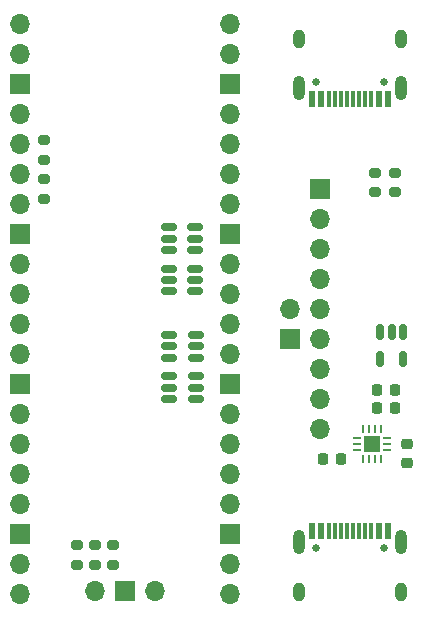
<source format=gts>
G04 #@! TF.GenerationSoftware,KiCad,Pcbnew,8.0.2-8.0.2-0~ubuntu22.04.1*
G04 #@! TF.CreationDate,2024-05-30T19:53:11+02:00*
G04 #@! TF.ProjectId,tamarin-c,74616d61-7269-46e2-9d63-2e6b69636164,rev?*
G04 #@! TF.SameCoordinates,Original*
G04 #@! TF.FileFunction,Soldermask,Top*
G04 #@! TF.FilePolarity,Negative*
%FSLAX46Y46*%
G04 Gerber Fmt 4.6, Leading zero omitted, Abs format (unit mm)*
G04 Created by KiCad (PCBNEW 8.0.2-8.0.2-0~ubuntu22.04.1) date 2024-05-30 19:53:11*
%MOMM*%
%LPD*%
G01*
G04 APERTURE LIST*
G04 Aperture macros list*
%AMRoundRect*
0 Rectangle with rounded corners*
0 $1 Rounding radius*
0 $2 $3 $4 $5 $6 $7 $8 $9 X,Y pos of 4 corners*
0 Add a 4 corners polygon primitive as box body*
4,1,4,$2,$3,$4,$5,$6,$7,$8,$9,$2,$3,0*
0 Add four circle primitives for the rounded corners*
1,1,$1+$1,$2,$3*
1,1,$1+$1,$4,$5*
1,1,$1+$1,$6,$7*
1,1,$1+$1,$8,$9*
0 Add four rect primitives between the rounded corners*
20,1,$1+$1,$2,$3,$4,$5,0*
20,1,$1+$1,$4,$5,$6,$7,0*
20,1,$1+$1,$6,$7,$8,$9,0*
20,1,$1+$1,$8,$9,$2,$3,0*%
G04 Aperture macros list end*
%ADD10C,0.650000*%
%ADD11R,0.600000X1.450000*%
%ADD12R,0.300000X1.450000*%
%ADD13O,1.000000X2.100000*%
%ADD14O,1.000000X1.600000*%
%ADD15R,1.700000X1.700000*%
%ADD16O,1.700000X1.700000*%
%ADD17RoundRect,0.200000X-0.275000X0.200000X-0.275000X-0.200000X0.275000X-0.200000X0.275000X0.200000X0*%
%ADD18RoundRect,0.150000X-0.512500X-0.150000X0.512500X-0.150000X0.512500X0.150000X-0.512500X0.150000X0*%
%ADD19RoundRect,0.225000X0.225000X0.250000X-0.225000X0.250000X-0.225000X-0.250000X0.225000X-0.250000X0*%
%ADD20RoundRect,0.225000X-0.250000X0.225000X-0.250000X-0.225000X0.250000X-0.225000X0.250000X0.225000X0*%
%ADD21RoundRect,0.200000X0.275000X-0.200000X0.275000X0.200000X-0.275000X0.200000X-0.275000X-0.200000X0*%
%ADD22RoundRect,0.062500X0.275000X0.062500X-0.275000X0.062500X-0.275000X-0.062500X0.275000X-0.062500X0*%
%ADD23RoundRect,0.062500X0.062500X0.275000X-0.062500X0.275000X-0.062500X-0.275000X0.062500X-0.275000X0*%
%ADD24R,1.450000X1.450000*%
%ADD25RoundRect,0.150000X-0.150000X0.512500X-0.150000X-0.512500X0.150000X-0.512500X0.150000X0.512500X0*%
G04 APERTURE END LIST*
D10*
X148940000Y-56975000D03*
X143160000Y-56975000D03*
D11*
X149300000Y-58420000D03*
X148500000Y-58420000D03*
D12*
X147300000Y-58420000D03*
X146300000Y-58420000D03*
X145800000Y-58420000D03*
X144800000Y-58420000D03*
D11*
X143600000Y-58420000D03*
X142800000Y-58420000D03*
X142800000Y-58420000D03*
X143600000Y-58420000D03*
D12*
X144300000Y-58420000D03*
X145300000Y-58420000D03*
X146800000Y-58420000D03*
X147800000Y-58420000D03*
D11*
X148500000Y-58420000D03*
X149300000Y-58420000D03*
D13*
X150370000Y-57505000D03*
D14*
X150370000Y-53325000D03*
D13*
X141730000Y-57505000D03*
D14*
X141730000Y-53325000D03*
D15*
X143510000Y-66040000D03*
D16*
X143510000Y-68580000D03*
X143510000Y-71120000D03*
X143510000Y-73660000D03*
X143510000Y-76200000D03*
X143510000Y-78740000D03*
X143510000Y-81280000D03*
X143510000Y-83820000D03*
X143510000Y-86360000D03*
D15*
X140970000Y-78730000D03*
D16*
X140970000Y-76190000D03*
D17*
X124460000Y-96175600D03*
X124460000Y-97825600D03*
D18*
X130694000Y-81879400D03*
X130694000Y-82829400D03*
X130694000Y-83779400D03*
X132969000Y-83779400D03*
X132969000Y-82829400D03*
X132969000Y-81879400D03*
D19*
X145314000Y-88900000D03*
X143764000Y-88900000D03*
D20*
X150876000Y-87630000D03*
X150876000Y-89180000D03*
D17*
X149885400Y-64630800D03*
X149885400Y-66280800D03*
D21*
X148158200Y-66306200D03*
X148158200Y-64656200D03*
D17*
X122910600Y-96175600D03*
X122910600Y-97825600D03*
D22*
X149162700Y-88097100D03*
X149162700Y-87597100D03*
X149162700Y-87097100D03*
D23*
X148650200Y-86334600D03*
X148150200Y-86334600D03*
X147650200Y-86334600D03*
X147150200Y-86334600D03*
D22*
X146637700Y-87097100D03*
X146637700Y-87597100D03*
X146637700Y-88097100D03*
D23*
X147150200Y-88859600D03*
X147650200Y-88859600D03*
X148150200Y-88859600D03*
X148650200Y-88859600D03*
D24*
X147900200Y-87597100D03*
D18*
X130683000Y-72771000D03*
X130683000Y-73721000D03*
X130683000Y-74671000D03*
X132958000Y-74671000D03*
X132958000Y-73721000D03*
X132958000Y-72771000D03*
X130683000Y-69281000D03*
X130683000Y-70231000D03*
X130683000Y-71181000D03*
X132958000Y-71181000D03*
X132958000Y-70231000D03*
X132958000Y-69281000D03*
D21*
X120142000Y-63563000D03*
X120142000Y-61913000D03*
D10*
X143160000Y-96460000D03*
X148940000Y-96460000D03*
D11*
X142800000Y-95015000D03*
X143600000Y-95015000D03*
D12*
X144800000Y-95015000D03*
X145800000Y-95015000D03*
X146300000Y-95015000D03*
X147300000Y-95015000D03*
D11*
X148500000Y-95015000D03*
X149300000Y-95015000D03*
X149300000Y-95015000D03*
X148500000Y-95015000D03*
D12*
X147800000Y-95015000D03*
X146800000Y-95015000D03*
X145300000Y-95015000D03*
X144300000Y-95015000D03*
D11*
X143600000Y-95015000D03*
X142800000Y-95015000D03*
D13*
X141730000Y-95930000D03*
D14*
X141730000Y-100110000D03*
D13*
X150370000Y-95930000D03*
D14*
X150370000Y-100110000D03*
D19*
X149873000Y-84582000D03*
X148323000Y-84582000D03*
X149873000Y-83058000D03*
X148323000Y-83058000D03*
D18*
X130688500Y-78399600D03*
X130688500Y-79349600D03*
X130688500Y-80299600D03*
X132963500Y-80299600D03*
X132963500Y-79349600D03*
X132963500Y-78399600D03*
D17*
X125984000Y-96177600D03*
X125984000Y-97827600D03*
D25*
X150505200Y-78110500D03*
X149555200Y-78110500D03*
X148605200Y-78110500D03*
X148605200Y-80385500D03*
X150505200Y-80385500D03*
D21*
X120142000Y-66865000D03*
X120142000Y-65215000D03*
D16*
X135890000Y-52070000D03*
X135890000Y-54610000D03*
D15*
X135890000Y-57150000D03*
D16*
X135890000Y-59690000D03*
X135890000Y-62230000D03*
X135890000Y-64770000D03*
X135890000Y-67310000D03*
D15*
X135890000Y-69850000D03*
D16*
X135890000Y-72390000D03*
X135890000Y-74930000D03*
X135890000Y-77470000D03*
X135890000Y-80010000D03*
D15*
X135890000Y-82550000D03*
D16*
X135890000Y-85090000D03*
X135890000Y-87630000D03*
X135890000Y-90170000D03*
X135890000Y-92710000D03*
D15*
X135890000Y-95250000D03*
D16*
X135890000Y-97790000D03*
X135890000Y-100330000D03*
X118110000Y-100330000D03*
X118110000Y-97790000D03*
D15*
X118110000Y-95250000D03*
D16*
X118110000Y-92710000D03*
X118110000Y-90170000D03*
X118110000Y-87630000D03*
X118110000Y-85090000D03*
D15*
X118110000Y-82550000D03*
D16*
X118110000Y-80010000D03*
X118110000Y-77470000D03*
X118110000Y-74930000D03*
X118110000Y-72390000D03*
D15*
X118110000Y-69850000D03*
D16*
X118110000Y-67310000D03*
X118110000Y-64770000D03*
X118110000Y-62230000D03*
X118110000Y-59690000D03*
D15*
X118110000Y-57150000D03*
D16*
X118110000Y-54610000D03*
X118110000Y-52070000D03*
X129540000Y-100100000D03*
D15*
X127000000Y-100100000D03*
D16*
X124460000Y-100100000D03*
M02*

</source>
